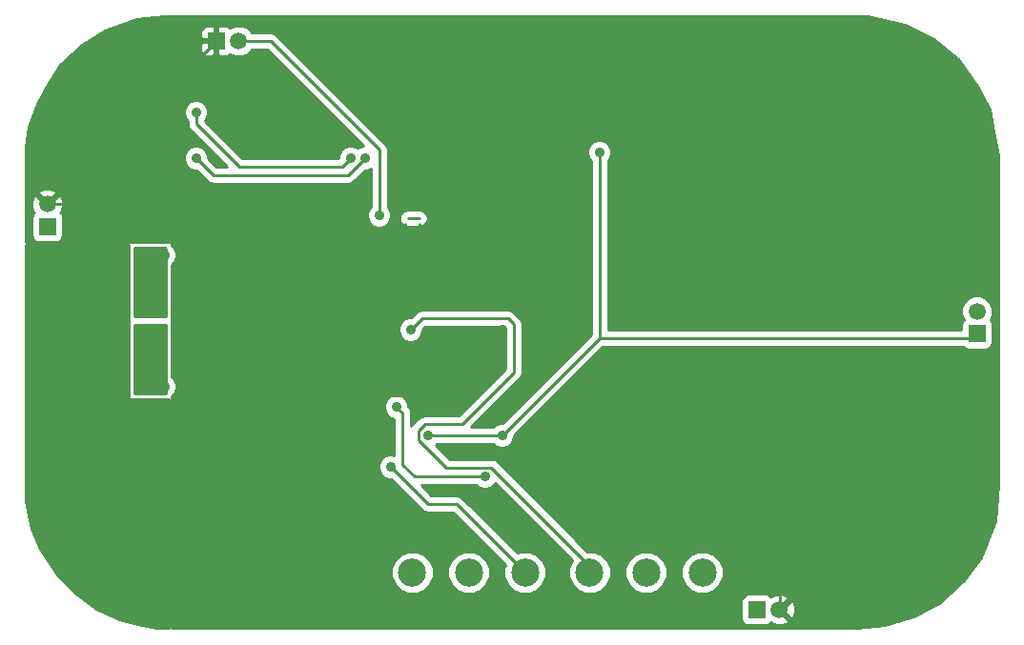
<source format=gbl>
G04 #@! TF.FileFunction,Copper,L2,Bot,Signal*
%FSLAX46Y46*%
G04 Gerber Fmt 4.6, Leading zero omitted, Abs format (unit mm)*
G04 Created by KiCad (PCBNEW (2015-02-06 BZR 5410)-product) date Tue 10 Feb 2015 02:07:55 AM CET*
%MOMM*%
G01*
G04 APERTURE LIST*
%ADD10C,0.050000*%
%ADD11R,1.500000X1.500000*%
%ADD12C,1.500000*%
%ADD13C,2.499360*%
%ADD14C,0.889000*%
%ADD15C,0.254000*%
G04 APERTURE END LIST*
D10*
D11*
X100330000Y-88630000D03*
D12*
X100330000Y-86630000D03*
D11*
X163338000Y-122682000D03*
D12*
X165338000Y-122682000D03*
D13*
X153494740Y-119380000D03*
X148493480Y-119380000D03*
X158496000Y-119380000D03*
X137746740Y-119380000D03*
X132745480Y-119380000D03*
X142748000Y-119380000D03*
D11*
X182880000Y-98155000D03*
D12*
X182880000Y-96155000D03*
D11*
X115332000Y-72136000D03*
D12*
X117332000Y-72136000D03*
D14*
X134112000Y-107188000D03*
X140716000Y-107188000D03*
X149352000Y-82042000D03*
X165354000Y-107696000D03*
X104394000Y-98298000D03*
X139700000Y-90932000D03*
X140970000Y-90932000D03*
X140970000Y-89662000D03*
X139700000Y-89662000D03*
X132080000Y-89662000D03*
X132080000Y-90932000D03*
X133350000Y-90932000D03*
X133350000Y-89662000D03*
X134620000Y-89662000D03*
X134620000Y-90932000D03*
X135890000Y-90932000D03*
X135890000Y-89662000D03*
X137160000Y-90932000D03*
X137160000Y-89662000D03*
X138430000Y-90932000D03*
X138430000Y-89662000D03*
X140716000Y-97790000D03*
X137160000Y-103632000D03*
X114300000Y-100838000D03*
X113284000Y-101854000D03*
X114300000Y-101854000D03*
X114300000Y-102870000D03*
X113284000Y-102870000D03*
X112268000Y-102870000D03*
X112268000Y-91186000D03*
X113284000Y-91186000D03*
X114300000Y-91186000D03*
X114300000Y-92202000D03*
X114300000Y-93218000D03*
X113284000Y-92202000D03*
X109474000Y-80518000D03*
X143764000Y-86614000D03*
X130302000Y-103632000D03*
X139192000Y-112522011D03*
X132588000Y-113792000D03*
X128524000Y-109982000D03*
X130810000Y-109982000D03*
X108712000Y-98806000D03*
X108712000Y-99822000D03*
X108712000Y-100838000D03*
X110744000Y-102870000D03*
X109728000Y-102870000D03*
X108712000Y-102870000D03*
X108712000Y-101854000D03*
X109728000Y-101854000D03*
X110744000Y-91186000D03*
X109728000Y-91186000D03*
X108712000Y-91186000D03*
X108712000Y-92202000D03*
X108712000Y-93218000D03*
X108712000Y-94234000D03*
X108712000Y-95250000D03*
X109728000Y-92202000D03*
X131318000Y-104648000D03*
X139192000Y-110870991D03*
X132588000Y-97790000D03*
X129794000Y-87630000D03*
X128524000Y-82550000D03*
X113538000Y-82550000D03*
X127254000Y-82550000D03*
X113538000Y-78486000D03*
D15*
X133350000Y-87884000D02*
X132334000Y-87884000D01*
X140716000Y-107188000D02*
X134112000Y-107188000D01*
X149352000Y-98552000D02*
X140716000Y-107188000D01*
X149352000Y-82042000D02*
X149352000Y-98552000D01*
X182483000Y-98552000D02*
X149352000Y-98552000D01*
X182880000Y-98155000D02*
X182483000Y-98552000D01*
X165354000Y-122666000D02*
X165338000Y-122682000D01*
X104394000Y-98298000D02*
X104394000Y-102108000D01*
X104394000Y-102108000D02*
X106934000Y-104648000D01*
X111823501Y-103822499D02*
X111823501Y-103314499D01*
X111823501Y-103314499D02*
X112268000Y-102870000D01*
X106934000Y-104648000D02*
X110998000Y-104648000D01*
X110998000Y-104648000D02*
X111823501Y-103822499D01*
X140970000Y-90932000D02*
X139700000Y-90932000D01*
X139700000Y-89662000D02*
X140970000Y-89662000D01*
X132080000Y-90932000D02*
X132080000Y-89662000D01*
X132080000Y-88392000D02*
X132080000Y-89662000D01*
X133096000Y-91186000D02*
X133350000Y-90932000D01*
X114300000Y-91186000D02*
X133096000Y-91186000D01*
X134620000Y-90932000D02*
X133350000Y-90932000D01*
X133350000Y-88392000D02*
X133350000Y-89662000D01*
X134620000Y-89662000D02*
X133350000Y-89662000D01*
X135890000Y-89662000D02*
X135890000Y-90932000D01*
X135248617Y-90303383D02*
X135890000Y-89662000D01*
X134620000Y-90303383D02*
X135248617Y-90303383D01*
X135191501Y-88963501D02*
X135890000Y-89662000D01*
X134683501Y-88963501D02*
X135191501Y-88963501D01*
X134620000Y-88392000D02*
X134620000Y-88900000D01*
X134366000Y-88646000D02*
X134683501Y-88963501D01*
X134620000Y-88900000D02*
X134683501Y-88963501D01*
X138430000Y-90932000D02*
X137160000Y-90932000D01*
X138430000Y-89662000D02*
X137160000Y-89662000D01*
X140716000Y-97790000D02*
X140716000Y-100076000D01*
X140716000Y-100076000D02*
X137160000Y-103632000D01*
X137160000Y-103632000D02*
X115062000Y-103632000D01*
X115062000Y-103632000D02*
X114300000Y-102870000D01*
X100330000Y-86630000D02*
X107966000Y-86630000D01*
X107966000Y-86630000D02*
X112268000Y-90932000D01*
X112268000Y-90932000D02*
X112268000Y-91186000D01*
X113538000Y-100838000D02*
X114300000Y-100838000D01*
X112268000Y-99568000D02*
X113538000Y-100838000D01*
X113284000Y-102870000D02*
X113284000Y-101854000D01*
X114300000Y-102870000D02*
X114300000Y-101854000D01*
X112655383Y-102870000D02*
X113284000Y-102870000D01*
X112522000Y-102736617D02*
X112655383Y-102870000D01*
X112522000Y-102616000D02*
X112522000Y-102736617D01*
X112268000Y-102870000D02*
X113284000Y-102870000D01*
X112268000Y-91186000D02*
X113284000Y-91186000D01*
X114300000Y-91186000D02*
X114300000Y-92202000D01*
X112268000Y-94488000D02*
X113030000Y-94488000D01*
X113030000Y-94488000D02*
X114300000Y-93218000D01*
X113284000Y-92202000D02*
X113284000Y-91186000D01*
X135382000Y-87884000D02*
X134366000Y-87884000D01*
X109474000Y-77978000D02*
X109474000Y-80518000D01*
X115316000Y-72136000D02*
X109474000Y-77978000D01*
X115332000Y-72136000D02*
X115316000Y-72136000D01*
X103362000Y-86630000D02*
X100330000Y-86630000D01*
X109474000Y-80518000D02*
X103362000Y-86630000D01*
X136652000Y-86614000D02*
X135382000Y-87884000D01*
X143764000Y-86614000D02*
X136652000Y-86614000D01*
X139192000Y-112522011D02*
X145796000Y-119126011D01*
X145796000Y-119126011D02*
X145796000Y-120650000D01*
X145796000Y-120650000D02*
X146812000Y-121666000D01*
X161982757Y-120211243D02*
X165354000Y-120211243D01*
X160528000Y-121666000D02*
X161982757Y-120211243D01*
X165354000Y-120211243D02*
X165354000Y-122666000D01*
X165354000Y-107696000D02*
X165354000Y-120211243D01*
X147261367Y-121666000D02*
X160528000Y-121666000D01*
X146812000Y-121666000D02*
X147261367Y-121666000D01*
X137160000Y-121666000D02*
X147261367Y-121666000D01*
X135128000Y-119634000D02*
X137160000Y-121666000D01*
X135128000Y-118872000D02*
X135128000Y-119634000D01*
X132588000Y-116332000D02*
X135128000Y-118872000D01*
X132588000Y-113792000D02*
X132588000Y-116332000D01*
X132334000Y-113792000D02*
X132588000Y-113792000D01*
X128524000Y-109982000D02*
X132334000Y-113792000D01*
X130810000Y-109982000D02*
X134112000Y-113284000D01*
X134112000Y-113284000D02*
X136652000Y-113284000D01*
X136652000Y-113284000D02*
X141986000Y-118618000D01*
X141986000Y-118618000D02*
X142748000Y-119380000D01*
X108712000Y-98806000D02*
X109474000Y-98044000D01*
X108712000Y-100838000D02*
X108712000Y-99822000D01*
X110744000Y-102616000D02*
X109728000Y-102616000D01*
X108712000Y-102616000D02*
X108712000Y-101600000D01*
X110744000Y-91186000D02*
X109728000Y-91186000D01*
X108712000Y-91186000D02*
X108712000Y-92202000D01*
X108712000Y-93218000D02*
X108712000Y-94234000D01*
X108712000Y-95250000D02*
X109474000Y-96012000D01*
X109728000Y-92202000D02*
X109728000Y-91186000D01*
X132968991Y-110870991D02*
X139192000Y-110870991D01*
X131889501Y-109791501D02*
X132968991Y-110870991D01*
X131889501Y-105219501D02*
X131889501Y-109791501D01*
X131318000Y-104648000D02*
X131889501Y-105219501D01*
X148493480Y-118775480D02*
X148493480Y-119380000D01*
X139763490Y-110045490D02*
X148493480Y-118775480D01*
X133286499Y-107584241D02*
X135747748Y-110045490D01*
X133286499Y-106743501D02*
X133286499Y-107584241D01*
X133858000Y-106172000D02*
X133286499Y-106743501D01*
X137160000Y-106172000D02*
X133858000Y-106172000D01*
X141732000Y-101600000D02*
X137160000Y-106172000D01*
X141732000Y-97282000D02*
X141732000Y-101600000D01*
X141224000Y-96774000D02*
X141732000Y-97282000D01*
X135747748Y-110045490D02*
X139763490Y-110045490D01*
X133604000Y-96774000D02*
X141224000Y-96774000D01*
X132588000Y-97790000D02*
X133604000Y-96774000D01*
X120142000Y-72136000D02*
X117332000Y-72136000D01*
X129794000Y-81788000D02*
X120142000Y-72136000D01*
X129794000Y-87630000D02*
X129794000Y-81788000D01*
X115062000Y-84074000D02*
X113538000Y-82550000D01*
X127000000Y-84074000D02*
X115062000Y-84074000D01*
X128524000Y-82550000D02*
X127000000Y-84074000D01*
X113538000Y-79502000D02*
X113538000Y-78486000D01*
X117348000Y-83312000D02*
X113538000Y-79502000D01*
X126492000Y-83312000D02*
X117348000Y-83312000D01*
X127254000Y-82550000D02*
X126492000Y-83312000D01*
G36*
X114935000Y-103505000D02*
X111635868Y-103505000D01*
X111658622Y-103482286D01*
X111823313Y-103085668D01*
X111823687Y-102656216D01*
X111659689Y-102259311D01*
X111379000Y-101978131D01*
X111379000Y-92077420D01*
X111658622Y-91798286D01*
X111823313Y-91401668D01*
X111823687Y-90972216D01*
X111659689Y-90575311D01*
X111635420Y-90551000D01*
X114935000Y-90551000D01*
X114935000Y-103505000D01*
X114935000Y-103505000D01*
G37*
X114935000Y-103505000D02*
X111635868Y-103505000D01*
X111658622Y-103482286D01*
X111823313Y-103085668D01*
X111823687Y-102656216D01*
X111659689Y-102259311D01*
X111379000Y-101978131D01*
X111379000Y-92077420D01*
X111658622Y-91798286D01*
X111823313Y-91401668D01*
X111823687Y-90972216D01*
X111659689Y-90575311D01*
X111635420Y-90551000D01*
X114935000Y-90551000D01*
X114935000Y-103505000D01*
G36*
X110871000Y-96647000D02*
X108077000Y-96647000D01*
X108077000Y-90551000D01*
X110809369Y-90551000D01*
X110871000Y-90612630D01*
X110871000Y-96647000D01*
X110871000Y-96647000D01*
G37*
X110871000Y-96647000D02*
X108077000Y-96647000D01*
X108077000Y-90551000D01*
X110809369Y-90551000D01*
X110871000Y-90612630D01*
X110871000Y-96647000D01*
G36*
X110871000Y-103505000D02*
X108077000Y-103505000D01*
X108077000Y-97409000D01*
X110871000Y-97409000D01*
X110871000Y-103505000D01*
X110871000Y-103505000D01*
G37*
X110871000Y-103505000D02*
X108077000Y-103505000D01*
X108077000Y-97409000D01*
X110871000Y-97409000D01*
X110871000Y-103505000D01*
G36*
X141859000Y-91567000D02*
X134112000Y-91567000D01*
X134112000Y-87884000D01*
X134053996Y-87592395D01*
X133888815Y-87345185D01*
X133641605Y-87180004D01*
X133350000Y-87122000D01*
X132334000Y-87122000D01*
X132042395Y-87180004D01*
X131795185Y-87345185D01*
X131630004Y-87592395D01*
X131572000Y-87884000D01*
X131630004Y-88175605D01*
X131795185Y-88422815D01*
X132042395Y-88587996D01*
X132334000Y-88646000D01*
X133350000Y-88646000D01*
X133641605Y-88587996D01*
X133888815Y-88422815D01*
X134053996Y-88175605D01*
X134112000Y-87884000D01*
X134112000Y-91567000D01*
X116205000Y-91567000D01*
X116205000Y-84963000D01*
X129032000Y-84963000D01*
X129032000Y-86865358D01*
X128879378Y-87017714D01*
X128714687Y-87414332D01*
X128714313Y-87843784D01*
X128878311Y-88240689D01*
X129181714Y-88544622D01*
X129578332Y-88709313D01*
X130007784Y-88709687D01*
X130404689Y-88545689D01*
X130708622Y-88242286D01*
X130873313Y-87845668D01*
X130873687Y-87416216D01*
X130709689Y-87019311D01*
X130556000Y-86865353D01*
X130556000Y-84963000D01*
X141859000Y-84963000D01*
X141859000Y-91567000D01*
X141859000Y-91567000D01*
G37*
X141859000Y-91567000D02*
X134112000Y-91567000D01*
X134112000Y-87884000D01*
X134053996Y-87592395D01*
X133888815Y-87345185D01*
X133641605Y-87180004D01*
X133350000Y-87122000D01*
X132334000Y-87122000D01*
X132042395Y-87180004D01*
X131795185Y-87345185D01*
X131630004Y-87592395D01*
X131572000Y-87884000D01*
X131630004Y-88175605D01*
X131795185Y-88422815D01*
X132042395Y-88587996D01*
X132334000Y-88646000D01*
X133350000Y-88646000D01*
X133641605Y-88587996D01*
X133888815Y-88422815D01*
X134053996Y-88175605D01*
X134112000Y-87884000D01*
X134112000Y-91567000D01*
X116205000Y-91567000D01*
X116205000Y-84963000D01*
X129032000Y-84963000D01*
X129032000Y-86865358D01*
X128879378Y-87017714D01*
X128714687Y-87414332D01*
X128714313Y-87843784D01*
X128878311Y-88240689D01*
X129181714Y-88544622D01*
X129578332Y-88709313D01*
X130007784Y-88709687D01*
X130404689Y-88545689D01*
X130708622Y-88242286D01*
X130873313Y-87845668D01*
X130873687Y-87416216D01*
X130709689Y-87019311D01*
X130556000Y-86865353D01*
X130556000Y-84963000D01*
X141859000Y-84963000D01*
X141859000Y-91567000D01*
G36*
X184785000Y-111501123D02*
X184532798Y-114779743D01*
X184277440Y-115443673D01*
X184277440Y-98905000D01*
X184277440Y-97405000D01*
X184230463Y-97162877D01*
X184090673Y-96950073D01*
X184058523Y-96928371D01*
X184264759Y-96431702D01*
X184265240Y-95880715D01*
X184054831Y-95371485D01*
X183665564Y-94981539D01*
X183156702Y-94770241D01*
X182605715Y-94769760D01*
X182096485Y-94980169D01*
X181706539Y-95369436D01*
X181495241Y-95878298D01*
X181494760Y-96429285D01*
X181700632Y-96927536D01*
X181675073Y-96944327D01*
X181532623Y-97155360D01*
X181482560Y-97405000D01*
X181482560Y-97790000D01*
X150114000Y-97790000D01*
X150114000Y-82806641D01*
X150266622Y-82654286D01*
X150431313Y-82257668D01*
X150431687Y-81828216D01*
X150267689Y-81431311D01*
X149964286Y-81127378D01*
X149567668Y-80962687D01*
X149138216Y-80962313D01*
X148741311Y-81126311D01*
X148437378Y-81429714D01*
X148272687Y-81826332D01*
X148272313Y-82255784D01*
X148436311Y-82652689D01*
X148590000Y-82806646D01*
X148590000Y-98236369D01*
X140717869Y-106108500D01*
X140502216Y-106108313D01*
X140105311Y-106272311D01*
X139951353Y-106426000D01*
X137983630Y-106426000D01*
X142270815Y-102138816D01*
X142270815Y-102138815D01*
X142435996Y-101891605D01*
X142493999Y-101600000D01*
X142494000Y-101600000D01*
X142494000Y-97282000D01*
X142435996Y-96990395D01*
X142270815Y-96743185D01*
X142270815Y-96743184D01*
X141762815Y-96235185D01*
X141515605Y-96070004D01*
X141224000Y-96012000D01*
X134112000Y-96012000D01*
X134112000Y-87884000D01*
X134053996Y-87592395D01*
X133888815Y-87345185D01*
X133641605Y-87180004D01*
X133350000Y-87122000D01*
X132334000Y-87122000D01*
X132042395Y-87180004D01*
X131795185Y-87345185D01*
X131630004Y-87592395D01*
X131572000Y-87884000D01*
X131630004Y-88175605D01*
X131795185Y-88422815D01*
X132042395Y-88587996D01*
X132334000Y-88646000D01*
X133350000Y-88646000D01*
X133641605Y-88587996D01*
X133888815Y-88422815D01*
X134053996Y-88175605D01*
X134112000Y-87884000D01*
X134112000Y-96012000D01*
X133604000Y-96012000D01*
X133312395Y-96070004D01*
X133065185Y-96235185D01*
X132589869Y-96710500D01*
X132374216Y-96710313D01*
X131977311Y-96874311D01*
X131673378Y-97177714D01*
X131508687Y-97574332D01*
X131508313Y-98003784D01*
X131672311Y-98400689D01*
X131975714Y-98704622D01*
X132372332Y-98869313D01*
X132801784Y-98869687D01*
X133198689Y-98705689D01*
X133502622Y-98402286D01*
X133667313Y-98005668D01*
X133667502Y-97788127D01*
X133919630Y-97536000D01*
X140908369Y-97536000D01*
X140970000Y-97597630D01*
X140970000Y-101284369D01*
X136844369Y-105410000D01*
X133858000Y-105410000D01*
X133566395Y-105468004D01*
X133319184Y-105633185D01*
X132747684Y-106204686D01*
X132651501Y-106348633D01*
X132651501Y-105219501D01*
X132593497Y-104927896D01*
X132428316Y-104680686D01*
X132428316Y-104680685D01*
X132397499Y-104649868D01*
X132397687Y-104434216D01*
X132233689Y-104037311D01*
X131930286Y-103733378D01*
X131533668Y-103568687D01*
X131104216Y-103568313D01*
X130873687Y-103663565D01*
X130873687Y-87416216D01*
X130709689Y-87019311D01*
X130556000Y-86865353D01*
X130556000Y-81788000D01*
X130497996Y-81496395D01*
X130332815Y-81249185D01*
X130332815Y-81249184D01*
X120680815Y-71597185D01*
X120433605Y-71432004D01*
X120142000Y-71374000D01*
X118515720Y-71374000D01*
X118506831Y-71352485D01*
X118117564Y-70962539D01*
X117608702Y-70751241D01*
X117057715Y-70750760D01*
X116553232Y-70959207D01*
X116441698Y-70847673D01*
X116208309Y-70751000D01*
X115617750Y-70751000D01*
X115459000Y-70909750D01*
X115459000Y-72009000D01*
X115479000Y-72009000D01*
X115479000Y-72263000D01*
X115459000Y-72263000D01*
X115459000Y-73362250D01*
X115617750Y-73521000D01*
X116208309Y-73521000D01*
X116441698Y-73424327D01*
X116553592Y-73312432D01*
X117055298Y-73520759D01*
X117606285Y-73521240D01*
X118115515Y-73310831D01*
X118505461Y-72921564D01*
X118515245Y-72898000D01*
X119826369Y-72898000D01*
X128398759Y-81470390D01*
X128310216Y-81470313D01*
X127913311Y-81634311D01*
X127889223Y-81658356D01*
X127866286Y-81635378D01*
X127469668Y-81470687D01*
X127040216Y-81470313D01*
X126643311Y-81634311D01*
X126339378Y-81937714D01*
X126174687Y-82334332D01*
X126174499Y-82550000D01*
X117663630Y-82550000D01*
X115205000Y-80091369D01*
X115205000Y-73362250D01*
X115205000Y-72263000D01*
X115205000Y-72009000D01*
X115205000Y-70909750D01*
X115046250Y-70751000D01*
X114455691Y-70751000D01*
X114222302Y-70847673D01*
X114043673Y-71026301D01*
X113947000Y-71259690D01*
X113947000Y-71512309D01*
X113947000Y-71850250D01*
X114105750Y-72009000D01*
X115205000Y-72009000D01*
X115205000Y-72263000D01*
X114105750Y-72263000D01*
X113947000Y-72421750D01*
X113947000Y-72759691D01*
X113947000Y-73012310D01*
X114043673Y-73245699D01*
X114222302Y-73424327D01*
X114455691Y-73521000D01*
X115046250Y-73521000D01*
X115205000Y-73362250D01*
X115205000Y-80091369D01*
X114332164Y-79218533D01*
X114452622Y-79098286D01*
X114617313Y-78701668D01*
X114617687Y-78272216D01*
X114453689Y-77875311D01*
X114150286Y-77571378D01*
X113753668Y-77406687D01*
X113324216Y-77406313D01*
X112927311Y-77570311D01*
X112623378Y-77873714D01*
X112458687Y-78270332D01*
X112458313Y-78699784D01*
X112622311Y-79096689D01*
X112776000Y-79250646D01*
X112776000Y-79502000D01*
X112834004Y-79793605D01*
X112999185Y-80040815D01*
X116270369Y-83312000D01*
X115377630Y-83312000D01*
X114617499Y-82551868D01*
X114617687Y-82336216D01*
X114453689Y-81939311D01*
X114150286Y-81635378D01*
X113753668Y-81470687D01*
X113324216Y-81470313D01*
X112927311Y-81634311D01*
X112623378Y-81937714D01*
X112458687Y-82334332D01*
X112458313Y-82763784D01*
X112622311Y-83160689D01*
X112925714Y-83464622D01*
X113322332Y-83629313D01*
X113539872Y-83629502D01*
X114523184Y-84612815D01*
X114523185Y-84612815D01*
X114770395Y-84777996D01*
X115062000Y-84836000D01*
X127000000Y-84836000D01*
X127000000Y-84835999D01*
X127291604Y-84777996D01*
X127291605Y-84777996D01*
X127538815Y-84612815D01*
X128522131Y-83629499D01*
X128737784Y-83629687D01*
X129032000Y-83508119D01*
X129032000Y-86865358D01*
X128879378Y-87017714D01*
X128714687Y-87414332D01*
X128714313Y-87843784D01*
X128878311Y-88240689D01*
X129181714Y-88544622D01*
X129578332Y-88709313D01*
X130007784Y-88709687D01*
X130404689Y-88545689D01*
X130708622Y-88242286D01*
X130873313Y-87845668D01*
X130873687Y-87416216D01*
X130873687Y-103663565D01*
X130707311Y-103732311D01*
X130403378Y-104035714D01*
X130238687Y-104432332D01*
X130238313Y-104861784D01*
X130402311Y-105258689D01*
X130705714Y-105562622D01*
X131102332Y-105727313D01*
X131127501Y-105727334D01*
X131127501Y-108944971D01*
X131025668Y-108902687D01*
X130596216Y-108902313D01*
X130199311Y-109066311D01*
X129895378Y-109369714D01*
X129730687Y-109766332D01*
X129730313Y-110195784D01*
X129894311Y-110592689D01*
X130197714Y-110896622D01*
X130594332Y-111061313D01*
X130811872Y-111061502D01*
X133573185Y-113822815D01*
X133820395Y-113987996D01*
X134112000Y-114046000D01*
X136336370Y-114046000D01*
X140989867Y-118699497D01*
X140863648Y-119003469D01*
X140862994Y-119753241D01*
X141149314Y-120446191D01*
X141679021Y-120976822D01*
X142371469Y-121264352D01*
X143121241Y-121265006D01*
X143814191Y-120978686D01*
X144344822Y-120448979D01*
X144632352Y-119756531D01*
X144633006Y-119006759D01*
X144346686Y-118313809D01*
X143816979Y-117783178D01*
X143124531Y-117495648D01*
X142374759Y-117494994D01*
X142067556Y-117621926D01*
X137190815Y-112745185D01*
X136943605Y-112580004D01*
X136652000Y-112522000D01*
X134427630Y-112522000D01*
X133538620Y-111632991D01*
X138427358Y-111632991D01*
X138579714Y-111785613D01*
X138976332Y-111950304D01*
X139405784Y-111950678D01*
X139802689Y-111786680D01*
X140106622Y-111483277D01*
X140111617Y-111471247D01*
X146924047Y-118283678D01*
X146896658Y-118311021D01*
X146609128Y-119003469D01*
X146608474Y-119753241D01*
X146894794Y-120446191D01*
X147424501Y-120976822D01*
X148116949Y-121264352D01*
X148866721Y-121265006D01*
X149559671Y-120978686D01*
X150090302Y-120448979D01*
X150377832Y-119756531D01*
X150378486Y-119006759D01*
X150092166Y-118313809D01*
X149562459Y-117783178D01*
X148870011Y-117495648D01*
X148290773Y-117495142D01*
X140302305Y-109506675D01*
X140055095Y-109341494D01*
X139763490Y-109283490D01*
X136063378Y-109283490D01*
X134803203Y-108023315D01*
X134876646Y-107950000D01*
X139951358Y-107950000D01*
X140103714Y-108102622D01*
X140500332Y-108267313D01*
X140929784Y-108267687D01*
X141326689Y-108103689D01*
X141630622Y-107800286D01*
X141795313Y-107403668D01*
X141795502Y-107186127D01*
X149667630Y-99314000D01*
X181639157Y-99314000D01*
X181669327Y-99359927D01*
X181880360Y-99502377D01*
X182130000Y-99552440D01*
X183630000Y-99552440D01*
X183872123Y-99505463D01*
X184084927Y-99365673D01*
X184227377Y-99154640D01*
X184277440Y-98905000D01*
X184277440Y-115443673D01*
X183275804Y-118047927D01*
X181770071Y-120055572D01*
X179504088Y-122069780D01*
X177242340Y-123326306D01*
X174727208Y-124080846D01*
X172205666Y-124333000D01*
X166735201Y-124333000D01*
X166735201Y-122886829D01*
X166707230Y-122336552D01*
X166550460Y-121958077D01*
X166309517Y-121890088D01*
X165517605Y-122682000D01*
X166309517Y-123473912D01*
X166550460Y-123405923D01*
X166735201Y-122886829D01*
X166735201Y-124333000D01*
X166129912Y-124333000D01*
X166129912Y-123653517D01*
X165338000Y-122861605D01*
X165323857Y-122875747D01*
X165144252Y-122696142D01*
X165158395Y-122682000D01*
X165144252Y-122667857D01*
X165323857Y-122488252D01*
X165338000Y-122502395D01*
X166129912Y-121710483D01*
X166061923Y-121469540D01*
X165542829Y-121284799D01*
X164992552Y-121312770D01*
X164614077Y-121469540D01*
X164592937Y-121544456D01*
X164548673Y-121477073D01*
X164337640Y-121334623D01*
X164088000Y-121284560D01*
X162588000Y-121284560D01*
X162345877Y-121331537D01*
X162133073Y-121471327D01*
X161990623Y-121682360D01*
X161940560Y-121932000D01*
X161940560Y-123432000D01*
X161987537Y-123674123D01*
X162127327Y-123886927D01*
X162338360Y-124029377D01*
X162588000Y-124079440D01*
X164088000Y-124079440D01*
X164330123Y-124032463D01*
X164542927Y-123892673D01*
X164592746Y-123818867D01*
X164614077Y-123894460D01*
X165133171Y-124079201D01*
X165683448Y-124051230D01*
X166061923Y-123894460D01*
X166129912Y-123653517D01*
X166129912Y-124333000D01*
X160381006Y-124333000D01*
X160381006Y-119006759D01*
X160094686Y-118313809D01*
X159564979Y-117783178D01*
X158872531Y-117495648D01*
X158122759Y-117494994D01*
X157429809Y-117781314D01*
X156899178Y-118311021D01*
X156611648Y-119003469D01*
X156610994Y-119753241D01*
X156897314Y-120446191D01*
X157427021Y-120976822D01*
X158119469Y-121264352D01*
X158869241Y-121265006D01*
X159562191Y-120978686D01*
X160092822Y-120448979D01*
X160380352Y-119756531D01*
X160381006Y-119006759D01*
X160381006Y-124333000D01*
X155379746Y-124333000D01*
X155379746Y-119006759D01*
X155093426Y-118313809D01*
X154563719Y-117783178D01*
X153871271Y-117495648D01*
X153121499Y-117494994D01*
X152428549Y-117781314D01*
X151897918Y-118311021D01*
X151610388Y-119003469D01*
X151609734Y-119753241D01*
X151896054Y-120446191D01*
X152425761Y-120976822D01*
X153118209Y-121264352D01*
X153867981Y-121265006D01*
X154560931Y-120978686D01*
X155091562Y-120448979D01*
X155379092Y-119756531D01*
X155379746Y-119006759D01*
X155379746Y-124333000D01*
X139631746Y-124333000D01*
X139631746Y-119006759D01*
X139345426Y-118313809D01*
X138815719Y-117783178D01*
X138123271Y-117495648D01*
X137373499Y-117494994D01*
X136680549Y-117781314D01*
X136149918Y-118311021D01*
X135862388Y-119003469D01*
X135861734Y-119753241D01*
X136148054Y-120446191D01*
X136677761Y-120976822D01*
X137370209Y-121264352D01*
X138119981Y-121265006D01*
X138812931Y-120978686D01*
X139343562Y-120448979D01*
X139631092Y-119756531D01*
X139631746Y-119006759D01*
X139631746Y-124333000D01*
X134630486Y-124333000D01*
X134630486Y-119006759D01*
X134344166Y-118313809D01*
X133814459Y-117783178D01*
X133122011Y-117495648D01*
X132372239Y-117494994D01*
X131679289Y-117781314D01*
X131148658Y-118311021D01*
X130861128Y-119003469D01*
X130860474Y-119753241D01*
X131146794Y-120446191D01*
X131676501Y-120976822D01*
X132368949Y-121264352D01*
X133118721Y-121265006D01*
X133811671Y-120978686D01*
X134342302Y-120448979D01*
X134629832Y-119756531D01*
X134630486Y-119006759D01*
X134630486Y-124333000D01*
X111379000Y-124333000D01*
X111379000Y-103761420D01*
X111658622Y-103482286D01*
X111823313Y-103085668D01*
X111823687Y-102656216D01*
X111659689Y-102259311D01*
X111379000Y-101978131D01*
X111379000Y-92077420D01*
X111658622Y-91798286D01*
X111823313Y-91401668D01*
X111823687Y-90972216D01*
X111659689Y-90575311D01*
X111379000Y-90294131D01*
X111379000Y-90043000D01*
X101727440Y-90043000D01*
X101727440Y-89380000D01*
X101727440Y-87880000D01*
X101680463Y-87637877D01*
X101540673Y-87425073D01*
X101466867Y-87375253D01*
X101542460Y-87353923D01*
X101727201Y-86834829D01*
X101699230Y-86284552D01*
X101542460Y-85906077D01*
X101301517Y-85838088D01*
X101121912Y-86017693D01*
X101121912Y-85658483D01*
X101053923Y-85417540D01*
X100534829Y-85232799D01*
X99984552Y-85260770D01*
X99606077Y-85417540D01*
X99538088Y-85658483D01*
X100330000Y-86450395D01*
X101121912Y-85658483D01*
X101121912Y-86017693D01*
X100509605Y-86630000D01*
X100523747Y-86644142D01*
X100344142Y-86823747D01*
X100330000Y-86809605D01*
X100315857Y-86823747D01*
X100136252Y-86644142D01*
X100150395Y-86630000D01*
X99358483Y-85838088D01*
X99117540Y-85906077D01*
X98932799Y-86425171D01*
X98960770Y-86975448D01*
X99117540Y-87353923D01*
X99192456Y-87375062D01*
X99125073Y-87419327D01*
X98982623Y-87630360D01*
X98932560Y-87880000D01*
X98932560Y-89380000D01*
X98979537Y-89622123D01*
X99119327Y-89834927D01*
X99330360Y-89977377D01*
X99580000Y-90027440D01*
X101080000Y-90027440D01*
X101322123Y-89980463D01*
X101534927Y-89840673D01*
X101677377Y-89629640D01*
X101727440Y-89380000D01*
X101727440Y-90043000D01*
X98425000Y-90043000D01*
X98425000Y-87630000D01*
X98425000Y-81543026D01*
X98675768Y-79787647D01*
X99430573Y-77774834D01*
X100186894Y-76262193D01*
X101443751Y-74251221D01*
X103453956Y-72492292D01*
X105465969Y-71234784D01*
X108232458Y-70228788D01*
X110750334Y-69977000D01*
X173213536Y-69977000D01*
X176486719Y-70732350D01*
X179001956Y-71989968D01*
X181262928Y-73748502D01*
X183024592Y-76265165D01*
X184027867Y-78271716D01*
X184279065Y-79778899D01*
X184785000Y-82308575D01*
X184785000Y-111501123D01*
X184785000Y-111501123D01*
G37*
X184785000Y-111501123D02*
X184532798Y-114779743D01*
X184277440Y-115443673D01*
X184277440Y-98905000D01*
X184277440Y-97405000D01*
X184230463Y-97162877D01*
X184090673Y-96950073D01*
X184058523Y-96928371D01*
X184264759Y-96431702D01*
X184265240Y-95880715D01*
X184054831Y-95371485D01*
X183665564Y-94981539D01*
X183156702Y-94770241D01*
X182605715Y-94769760D01*
X182096485Y-94980169D01*
X181706539Y-95369436D01*
X181495241Y-95878298D01*
X181494760Y-96429285D01*
X181700632Y-96927536D01*
X181675073Y-96944327D01*
X181532623Y-97155360D01*
X181482560Y-97405000D01*
X181482560Y-97790000D01*
X150114000Y-97790000D01*
X150114000Y-82806641D01*
X150266622Y-82654286D01*
X150431313Y-82257668D01*
X150431687Y-81828216D01*
X150267689Y-81431311D01*
X149964286Y-81127378D01*
X149567668Y-80962687D01*
X149138216Y-80962313D01*
X148741311Y-81126311D01*
X148437378Y-81429714D01*
X148272687Y-81826332D01*
X148272313Y-82255784D01*
X148436311Y-82652689D01*
X148590000Y-82806646D01*
X148590000Y-98236369D01*
X140717869Y-106108500D01*
X140502216Y-106108313D01*
X140105311Y-106272311D01*
X139951353Y-106426000D01*
X137983630Y-106426000D01*
X142270815Y-102138816D01*
X142270815Y-102138815D01*
X142435996Y-101891605D01*
X142493999Y-101600000D01*
X142494000Y-101600000D01*
X142494000Y-97282000D01*
X142435996Y-96990395D01*
X142270815Y-96743185D01*
X142270815Y-96743184D01*
X141762815Y-96235185D01*
X141515605Y-96070004D01*
X141224000Y-96012000D01*
X134112000Y-96012000D01*
X134112000Y-87884000D01*
X134053996Y-87592395D01*
X133888815Y-87345185D01*
X133641605Y-87180004D01*
X133350000Y-87122000D01*
X132334000Y-87122000D01*
X132042395Y-87180004D01*
X131795185Y-87345185D01*
X131630004Y-87592395D01*
X131572000Y-87884000D01*
X131630004Y-88175605D01*
X131795185Y-88422815D01*
X132042395Y-88587996D01*
X132334000Y-88646000D01*
X133350000Y-88646000D01*
X133641605Y-88587996D01*
X133888815Y-88422815D01*
X134053996Y-88175605D01*
X134112000Y-87884000D01*
X134112000Y-96012000D01*
X133604000Y-96012000D01*
X133312395Y-96070004D01*
X133065185Y-96235185D01*
X132589869Y-96710500D01*
X132374216Y-96710313D01*
X131977311Y-96874311D01*
X131673378Y-97177714D01*
X131508687Y-97574332D01*
X131508313Y-98003784D01*
X131672311Y-98400689D01*
X131975714Y-98704622D01*
X132372332Y-98869313D01*
X132801784Y-98869687D01*
X133198689Y-98705689D01*
X133502622Y-98402286D01*
X133667313Y-98005668D01*
X133667502Y-97788127D01*
X133919630Y-97536000D01*
X140908369Y-97536000D01*
X140970000Y-97597630D01*
X140970000Y-101284369D01*
X136844369Y-105410000D01*
X133858000Y-105410000D01*
X133566395Y-105468004D01*
X133319184Y-105633185D01*
X132747684Y-106204686D01*
X132651501Y-106348633D01*
X132651501Y-105219501D01*
X132593497Y-104927896D01*
X132428316Y-104680686D01*
X132428316Y-104680685D01*
X132397499Y-104649868D01*
X132397687Y-104434216D01*
X132233689Y-104037311D01*
X131930286Y-103733378D01*
X131533668Y-103568687D01*
X131104216Y-103568313D01*
X130873687Y-103663565D01*
X130873687Y-87416216D01*
X130709689Y-87019311D01*
X130556000Y-86865353D01*
X130556000Y-81788000D01*
X130497996Y-81496395D01*
X130332815Y-81249185D01*
X130332815Y-81249184D01*
X120680815Y-71597185D01*
X120433605Y-71432004D01*
X120142000Y-71374000D01*
X118515720Y-71374000D01*
X118506831Y-71352485D01*
X118117564Y-70962539D01*
X117608702Y-70751241D01*
X117057715Y-70750760D01*
X116553232Y-70959207D01*
X116441698Y-70847673D01*
X116208309Y-70751000D01*
X115617750Y-70751000D01*
X115459000Y-70909750D01*
X115459000Y-72009000D01*
X115479000Y-72009000D01*
X115479000Y-72263000D01*
X115459000Y-72263000D01*
X115459000Y-73362250D01*
X115617750Y-73521000D01*
X116208309Y-73521000D01*
X116441698Y-73424327D01*
X116553592Y-73312432D01*
X117055298Y-73520759D01*
X117606285Y-73521240D01*
X118115515Y-73310831D01*
X118505461Y-72921564D01*
X118515245Y-72898000D01*
X119826369Y-72898000D01*
X128398759Y-81470390D01*
X128310216Y-81470313D01*
X127913311Y-81634311D01*
X127889223Y-81658356D01*
X127866286Y-81635378D01*
X127469668Y-81470687D01*
X127040216Y-81470313D01*
X126643311Y-81634311D01*
X126339378Y-81937714D01*
X126174687Y-82334332D01*
X126174499Y-82550000D01*
X117663630Y-82550000D01*
X115205000Y-80091369D01*
X115205000Y-73362250D01*
X115205000Y-72263000D01*
X115205000Y-72009000D01*
X115205000Y-70909750D01*
X115046250Y-70751000D01*
X114455691Y-70751000D01*
X114222302Y-70847673D01*
X114043673Y-71026301D01*
X113947000Y-71259690D01*
X113947000Y-71512309D01*
X113947000Y-71850250D01*
X114105750Y-72009000D01*
X115205000Y-72009000D01*
X115205000Y-72263000D01*
X114105750Y-72263000D01*
X113947000Y-72421750D01*
X113947000Y-72759691D01*
X113947000Y-73012310D01*
X114043673Y-73245699D01*
X114222302Y-73424327D01*
X114455691Y-73521000D01*
X115046250Y-73521000D01*
X115205000Y-73362250D01*
X115205000Y-80091369D01*
X114332164Y-79218533D01*
X114452622Y-79098286D01*
X114617313Y-78701668D01*
X114617687Y-78272216D01*
X114453689Y-77875311D01*
X114150286Y-77571378D01*
X113753668Y-77406687D01*
X113324216Y-77406313D01*
X112927311Y-77570311D01*
X112623378Y-77873714D01*
X112458687Y-78270332D01*
X112458313Y-78699784D01*
X112622311Y-79096689D01*
X112776000Y-79250646D01*
X112776000Y-79502000D01*
X112834004Y-79793605D01*
X112999185Y-80040815D01*
X116270369Y-83312000D01*
X115377630Y-83312000D01*
X114617499Y-82551868D01*
X114617687Y-82336216D01*
X114453689Y-81939311D01*
X114150286Y-81635378D01*
X113753668Y-81470687D01*
X113324216Y-81470313D01*
X112927311Y-81634311D01*
X112623378Y-81937714D01*
X112458687Y-82334332D01*
X112458313Y-82763784D01*
X112622311Y-83160689D01*
X112925714Y-83464622D01*
X113322332Y-83629313D01*
X113539872Y-83629502D01*
X114523184Y-84612815D01*
X114523185Y-84612815D01*
X114770395Y-84777996D01*
X115062000Y-84836000D01*
X127000000Y-84836000D01*
X127000000Y-84835999D01*
X127291604Y-84777996D01*
X127291605Y-84777996D01*
X127538815Y-84612815D01*
X128522131Y-83629499D01*
X128737784Y-83629687D01*
X129032000Y-83508119D01*
X129032000Y-86865358D01*
X128879378Y-87017714D01*
X128714687Y-87414332D01*
X128714313Y-87843784D01*
X128878311Y-88240689D01*
X129181714Y-88544622D01*
X129578332Y-88709313D01*
X130007784Y-88709687D01*
X130404689Y-88545689D01*
X130708622Y-88242286D01*
X130873313Y-87845668D01*
X130873687Y-87416216D01*
X130873687Y-103663565D01*
X130707311Y-103732311D01*
X130403378Y-104035714D01*
X130238687Y-104432332D01*
X130238313Y-104861784D01*
X130402311Y-105258689D01*
X130705714Y-105562622D01*
X131102332Y-105727313D01*
X131127501Y-105727334D01*
X131127501Y-108944971D01*
X131025668Y-108902687D01*
X130596216Y-108902313D01*
X130199311Y-109066311D01*
X129895378Y-109369714D01*
X129730687Y-109766332D01*
X129730313Y-110195784D01*
X129894311Y-110592689D01*
X130197714Y-110896622D01*
X130594332Y-111061313D01*
X130811872Y-111061502D01*
X133573185Y-113822815D01*
X133820395Y-113987996D01*
X134112000Y-114046000D01*
X136336370Y-114046000D01*
X140989867Y-118699497D01*
X140863648Y-119003469D01*
X140862994Y-119753241D01*
X141149314Y-120446191D01*
X141679021Y-120976822D01*
X142371469Y-121264352D01*
X143121241Y-121265006D01*
X143814191Y-120978686D01*
X144344822Y-120448979D01*
X144632352Y-119756531D01*
X144633006Y-119006759D01*
X144346686Y-118313809D01*
X143816979Y-117783178D01*
X143124531Y-117495648D01*
X142374759Y-117494994D01*
X142067556Y-117621926D01*
X137190815Y-112745185D01*
X136943605Y-112580004D01*
X136652000Y-112522000D01*
X134427630Y-112522000D01*
X133538620Y-111632991D01*
X138427358Y-111632991D01*
X138579714Y-111785613D01*
X138976332Y-111950304D01*
X139405784Y-111950678D01*
X139802689Y-111786680D01*
X140106622Y-111483277D01*
X140111617Y-111471247D01*
X146924047Y-118283678D01*
X146896658Y-118311021D01*
X146609128Y-119003469D01*
X146608474Y-119753241D01*
X146894794Y-120446191D01*
X147424501Y-120976822D01*
X148116949Y-121264352D01*
X148866721Y-121265006D01*
X149559671Y-120978686D01*
X150090302Y-120448979D01*
X150377832Y-119756531D01*
X150378486Y-119006759D01*
X150092166Y-118313809D01*
X149562459Y-117783178D01*
X148870011Y-117495648D01*
X148290773Y-117495142D01*
X140302305Y-109506675D01*
X140055095Y-109341494D01*
X139763490Y-109283490D01*
X136063378Y-109283490D01*
X134803203Y-108023315D01*
X134876646Y-107950000D01*
X139951358Y-107950000D01*
X140103714Y-108102622D01*
X140500332Y-108267313D01*
X140929784Y-108267687D01*
X141326689Y-108103689D01*
X141630622Y-107800286D01*
X141795313Y-107403668D01*
X141795502Y-107186127D01*
X149667630Y-99314000D01*
X181639157Y-99314000D01*
X181669327Y-99359927D01*
X181880360Y-99502377D01*
X182130000Y-99552440D01*
X183630000Y-99552440D01*
X183872123Y-99505463D01*
X184084927Y-99365673D01*
X184227377Y-99154640D01*
X184277440Y-98905000D01*
X184277440Y-115443673D01*
X183275804Y-118047927D01*
X181770071Y-120055572D01*
X179504088Y-122069780D01*
X177242340Y-123326306D01*
X174727208Y-124080846D01*
X172205666Y-124333000D01*
X166735201Y-124333000D01*
X166735201Y-122886829D01*
X166707230Y-122336552D01*
X166550460Y-121958077D01*
X166309517Y-121890088D01*
X165517605Y-122682000D01*
X166309517Y-123473912D01*
X166550460Y-123405923D01*
X166735201Y-122886829D01*
X166735201Y-124333000D01*
X166129912Y-124333000D01*
X166129912Y-123653517D01*
X165338000Y-122861605D01*
X165323857Y-122875747D01*
X165144252Y-122696142D01*
X165158395Y-122682000D01*
X165144252Y-122667857D01*
X165323857Y-122488252D01*
X165338000Y-122502395D01*
X166129912Y-121710483D01*
X166061923Y-121469540D01*
X165542829Y-121284799D01*
X164992552Y-121312770D01*
X164614077Y-121469540D01*
X164592937Y-121544456D01*
X164548673Y-121477073D01*
X164337640Y-121334623D01*
X164088000Y-121284560D01*
X162588000Y-121284560D01*
X162345877Y-121331537D01*
X162133073Y-121471327D01*
X161990623Y-121682360D01*
X161940560Y-121932000D01*
X161940560Y-123432000D01*
X161987537Y-123674123D01*
X162127327Y-123886927D01*
X162338360Y-124029377D01*
X162588000Y-124079440D01*
X164088000Y-124079440D01*
X164330123Y-124032463D01*
X164542927Y-123892673D01*
X164592746Y-123818867D01*
X164614077Y-123894460D01*
X165133171Y-124079201D01*
X165683448Y-124051230D01*
X166061923Y-123894460D01*
X166129912Y-123653517D01*
X166129912Y-124333000D01*
X160381006Y-124333000D01*
X160381006Y-119006759D01*
X160094686Y-118313809D01*
X159564979Y-117783178D01*
X158872531Y-117495648D01*
X158122759Y-117494994D01*
X157429809Y-117781314D01*
X156899178Y-118311021D01*
X156611648Y-119003469D01*
X156610994Y-119753241D01*
X156897314Y-120446191D01*
X157427021Y-120976822D01*
X158119469Y-121264352D01*
X158869241Y-121265006D01*
X159562191Y-120978686D01*
X160092822Y-120448979D01*
X160380352Y-119756531D01*
X160381006Y-119006759D01*
X160381006Y-124333000D01*
X155379746Y-124333000D01*
X155379746Y-119006759D01*
X155093426Y-118313809D01*
X154563719Y-117783178D01*
X153871271Y-117495648D01*
X153121499Y-117494994D01*
X152428549Y-117781314D01*
X151897918Y-118311021D01*
X151610388Y-119003469D01*
X151609734Y-119753241D01*
X151896054Y-120446191D01*
X152425761Y-120976822D01*
X153118209Y-121264352D01*
X153867981Y-121265006D01*
X154560931Y-120978686D01*
X155091562Y-120448979D01*
X155379092Y-119756531D01*
X155379746Y-119006759D01*
X155379746Y-124333000D01*
X139631746Y-124333000D01*
X139631746Y-119006759D01*
X139345426Y-118313809D01*
X138815719Y-117783178D01*
X138123271Y-117495648D01*
X137373499Y-117494994D01*
X136680549Y-117781314D01*
X136149918Y-118311021D01*
X135862388Y-119003469D01*
X135861734Y-119753241D01*
X136148054Y-120446191D01*
X136677761Y-120976822D01*
X137370209Y-121264352D01*
X138119981Y-121265006D01*
X138812931Y-120978686D01*
X139343562Y-120448979D01*
X139631092Y-119756531D01*
X139631746Y-119006759D01*
X139631746Y-124333000D01*
X134630486Y-124333000D01*
X134630486Y-119006759D01*
X134344166Y-118313809D01*
X133814459Y-117783178D01*
X133122011Y-117495648D01*
X132372239Y-117494994D01*
X131679289Y-117781314D01*
X131148658Y-118311021D01*
X130861128Y-119003469D01*
X130860474Y-119753241D01*
X131146794Y-120446191D01*
X131676501Y-120976822D01*
X132368949Y-121264352D01*
X133118721Y-121265006D01*
X133811671Y-120978686D01*
X134342302Y-120448979D01*
X134629832Y-119756531D01*
X134630486Y-119006759D01*
X134630486Y-124333000D01*
X111379000Y-124333000D01*
X111379000Y-103761420D01*
X111658622Y-103482286D01*
X111823313Y-103085668D01*
X111823687Y-102656216D01*
X111659689Y-102259311D01*
X111379000Y-101978131D01*
X111379000Y-92077420D01*
X111658622Y-91798286D01*
X111823313Y-91401668D01*
X111823687Y-90972216D01*
X111659689Y-90575311D01*
X111379000Y-90294131D01*
X111379000Y-90043000D01*
X101727440Y-90043000D01*
X101727440Y-89380000D01*
X101727440Y-87880000D01*
X101680463Y-87637877D01*
X101540673Y-87425073D01*
X101466867Y-87375253D01*
X101542460Y-87353923D01*
X101727201Y-86834829D01*
X101699230Y-86284552D01*
X101542460Y-85906077D01*
X101301517Y-85838088D01*
X101121912Y-86017693D01*
X101121912Y-85658483D01*
X101053923Y-85417540D01*
X100534829Y-85232799D01*
X99984552Y-85260770D01*
X99606077Y-85417540D01*
X99538088Y-85658483D01*
X100330000Y-86450395D01*
X101121912Y-85658483D01*
X101121912Y-86017693D01*
X100509605Y-86630000D01*
X100523747Y-86644142D01*
X100344142Y-86823747D01*
X100330000Y-86809605D01*
X100315857Y-86823747D01*
X100136252Y-86644142D01*
X100150395Y-86630000D01*
X99358483Y-85838088D01*
X99117540Y-85906077D01*
X98932799Y-86425171D01*
X98960770Y-86975448D01*
X99117540Y-87353923D01*
X99192456Y-87375062D01*
X99125073Y-87419327D01*
X98982623Y-87630360D01*
X98932560Y-87880000D01*
X98932560Y-89380000D01*
X98979537Y-89622123D01*
X99119327Y-89834927D01*
X99330360Y-89977377D01*
X99580000Y-90027440D01*
X101080000Y-90027440D01*
X101322123Y-89980463D01*
X101534927Y-89840673D01*
X101677377Y-89629640D01*
X101727440Y-89380000D01*
X101727440Y-90043000D01*
X98425000Y-90043000D01*
X98425000Y-87630000D01*
X98425000Y-81543026D01*
X98675768Y-79787647D01*
X99430573Y-77774834D01*
X100186894Y-76262193D01*
X101443751Y-74251221D01*
X103453956Y-72492292D01*
X105465969Y-71234784D01*
X108232458Y-70228788D01*
X110750334Y-69977000D01*
X173213536Y-69977000D01*
X176486719Y-70732350D01*
X179001956Y-71989968D01*
X181262928Y-73748502D01*
X183024592Y-76265165D01*
X184027867Y-78271716D01*
X184279065Y-79778899D01*
X184785000Y-82308575D01*
X184785000Y-111501123D01*
G36*
X111125000Y-124333000D02*
X109994575Y-124333000D01*
X108739870Y-124082059D01*
X106724327Y-123578173D01*
X104713709Y-122572864D01*
X102952370Y-121314765D01*
X101190695Y-119553090D01*
X99680138Y-117287255D01*
X98927940Y-115532127D01*
X98425000Y-113017425D01*
X98425000Y-90297000D01*
X107569000Y-90297000D01*
X107569000Y-104013000D01*
X111125000Y-104013000D01*
X111125000Y-124333000D01*
X111125000Y-124333000D01*
G37*
X111125000Y-124333000D02*
X109994575Y-124333000D01*
X108739870Y-124082059D01*
X106724327Y-123578173D01*
X104713709Y-122572864D01*
X102952370Y-121314765D01*
X101190695Y-119553090D01*
X99680138Y-117287255D01*
X98927940Y-115532127D01*
X98425000Y-113017425D01*
X98425000Y-90297000D01*
X107569000Y-90297000D01*
X107569000Y-104013000D01*
X111125000Y-104013000D01*
X111125000Y-124333000D01*
M02*

</source>
